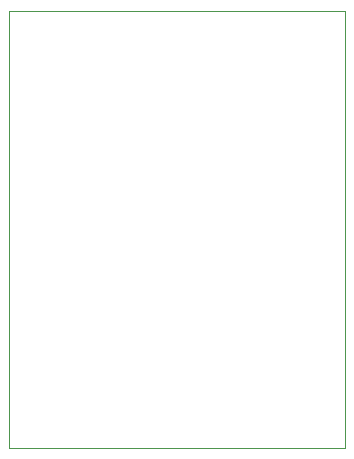
<source format=gbr>
G04 #@! TF.GenerationSoftware,KiCad,Pcbnew,(5.1.2-1)-1*
G04 #@! TF.CreationDate,2021-04-17T11:50:00+08:00*
G04 #@! TF.ProjectId,Nixie,4e697869-652e-46b6-9963-61645f706362,rev?*
G04 #@! TF.SameCoordinates,Original*
G04 #@! TF.FileFunction,Profile,NP*
%FSLAX46Y46*%
G04 Gerber Fmt 4.6, Leading zero omitted, Abs format (unit mm)*
G04 Created by KiCad (PCBNEW (5.1.2-1)-1) date 2021-04-17 11:50:00*
%MOMM*%
%LPD*%
G04 APERTURE LIST*
%ADD10C,0.050000*%
G04 APERTURE END LIST*
D10*
X150000000Y-78000000D02*
X150000000Y-115000000D01*
X178500000Y-78000000D02*
X150000000Y-78000000D01*
X178500000Y-115000000D02*
X178500000Y-78000000D01*
X150000000Y-115000000D02*
X178500000Y-115000000D01*
M02*

</source>
